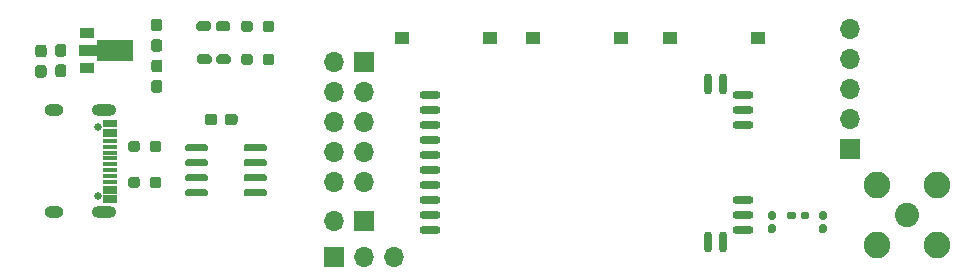
<source format=gbr>
%TF.GenerationSoftware,KiCad,Pcbnew,(5.1.9)-1*%
%TF.CreationDate,2021-02-24T20:28:46+08:00*%
%TF.ProjectId,M-HL10-kit,4d2d484c-3130-42d6-9b69-742e6b696361,rev?*%
%TF.SameCoordinates,Original*%
%TF.FileFunction,Soldermask,Top*%
%TF.FilePolarity,Negative*%
%FSLAX46Y46*%
G04 Gerber Fmt 4.6, Leading zero omitted, Abs format (unit mm)*
G04 Created by KiCad (PCBNEW (5.1.9)-1) date 2021-02-24 20:28:46*
%MOMM*%
%LPD*%
G01*
G04 APERTURE LIST*
%ADD10O,1.700000X1.700000*%
%ADD11R,1.700000X1.700000*%
%ADD12C,0.350000*%
%ADD13R,1.300000X0.900000*%
%ADD14O,0.750000X1.800000*%
%ADD15O,1.800000X0.750000*%
%ADD16R,1.150000X0.300000*%
%ADD17C,0.650000*%
%ADD18O,1.600000X1.000000*%
%ADD19O,2.100000X1.000000*%
%ADD20R,1.199998X0.999998*%
%ADD21C,2.250000*%
%ADD22C,2.050000*%
G04 APERTURE END LIST*
D10*
%TO.C,J5*%
X205994000Y-82042000D03*
X205994000Y-84582000D03*
X205994000Y-87122000D03*
X205994000Y-89662000D03*
D11*
X205994000Y-92202000D03*
%TD*%
D12*
%TO.C,U3*%
G36*
X145340000Y-84686500D02*
G01*
X142215000Y-84686500D01*
X142215000Y-84270000D01*
X140740000Y-84270000D01*
X140740000Y-83370000D01*
X142215000Y-83370000D01*
X142215000Y-82953500D01*
X145340000Y-82953500D01*
X145340000Y-84686500D01*
G37*
D13*
X141390000Y-85320000D03*
X141390000Y-82320000D03*
%TD*%
%TO.C,U2*%
G36*
G01*
X154662000Y-92225000D02*
X154662000Y-91925000D01*
G75*
G02*
X154812000Y-91775000I150000J0D01*
G01*
X156462000Y-91775000D01*
G75*
G02*
X156612000Y-91925000I0J-150000D01*
G01*
X156612000Y-92225000D01*
G75*
G02*
X156462000Y-92375000I-150000J0D01*
G01*
X154812000Y-92375000D01*
G75*
G02*
X154662000Y-92225000I0J150000D01*
G01*
G37*
G36*
G01*
X154662000Y-93495000D02*
X154662000Y-93195000D01*
G75*
G02*
X154812000Y-93045000I150000J0D01*
G01*
X156462000Y-93045000D01*
G75*
G02*
X156612000Y-93195000I0J-150000D01*
G01*
X156612000Y-93495000D01*
G75*
G02*
X156462000Y-93645000I-150000J0D01*
G01*
X154812000Y-93645000D01*
G75*
G02*
X154662000Y-93495000I0J150000D01*
G01*
G37*
G36*
G01*
X154662000Y-94765000D02*
X154662000Y-94465000D01*
G75*
G02*
X154812000Y-94315000I150000J0D01*
G01*
X156462000Y-94315000D01*
G75*
G02*
X156612000Y-94465000I0J-150000D01*
G01*
X156612000Y-94765000D01*
G75*
G02*
X156462000Y-94915000I-150000J0D01*
G01*
X154812000Y-94915000D01*
G75*
G02*
X154662000Y-94765000I0J150000D01*
G01*
G37*
G36*
G01*
X154662000Y-96035000D02*
X154662000Y-95735000D01*
G75*
G02*
X154812000Y-95585000I150000J0D01*
G01*
X156462000Y-95585000D01*
G75*
G02*
X156612000Y-95735000I0J-150000D01*
G01*
X156612000Y-96035000D01*
G75*
G02*
X156462000Y-96185000I-150000J0D01*
G01*
X154812000Y-96185000D01*
G75*
G02*
X154662000Y-96035000I0J150000D01*
G01*
G37*
G36*
G01*
X149712000Y-96035000D02*
X149712000Y-95735000D01*
G75*
G02*
X149862000Y-95585000I150000J0D01*
G01*
X151512000Y-95585000D01*
G75*
G02*
X151662000Y-95735000I0J-150000D01*
G01*
X151662000Y-96035000D01*
G75*
G02*
X151512000Y-96185000I-150000J0D01*
G01*
X149862000Y-96185000D01*
G75*
G02*
X149712000Y-96035000I0J150000D01*
G01*
G37*
G36*
G01*
X149712000Y-94765000D02*
X149712000Y-94465000D01*
G75*
G02*
X149862000Y-94315000I150000J0D01*
G01*
X151512000Y-94315000D01*
G75*
G02*
X151662000Y-94465000I0J-150000D01*
G01*
X151662000Y-94765000D01*
G75*
G02*
X151512000Y-94915000I-150000J0D01*
G01*
X149862000Y-94915000D01*
G75*
G02*
X149712000Y-94765000I0J150000D01*
G01*
G37*
G36*
G01*
X149712000Y-93495000D02*
X149712000Y-93195000D01*
G75*
G02*
X149862000Y-93045000I150000J0D01*
G01*
X151512000Y-93045000D01*
G75*
G02*
X151662000Y-93195000I0J-150000D01*
G01*
X151662000Y-93495000D01*
G75*
G02*
X151512000Y-93645000I-150000J0D01*
G01*
X149862000Y-93645000D01*
G75*
G02*
X149712000Y-93495000I0J150000D01*
G01*
G37*
G36*
G01*
X149712000Y-92225000D02*
X149712000Y-91925000D01*
G75*
G02*
X149862000Y-91775000I150000J0D01*
G01*
X151512000Y-91775000D01*
G75*
G02*
X151662000Y-91925000I0J-150000D01*
G01*
X151662000Y-92225000D01*
G75*
G02*
X151512000Y-92375000I-150000J0D01*
G01*
X149862000Y-92375000D01*
G75*
G02*
X149712000Y-92225000I0J150000D01*
G01*
G37*
%TD*%
D14*
%TO.C,U1*%
X193947000Y-86645000D03*
X195217000Y-86645000D03*
D15*
X196934000Y-87630000D03*
X196934000Y-88900000D03*
X196934000Y-90170000D03*
X196934000Y-96520000D03*
X196934000Y-97790000D03*
X196934000Y-99060000D03*
D14*
X195217000Y-100045000D03*
X193947000Y-100045000D03*
D15*
X170434000Y-99060000D03*
X170434000Y-97790000D03*
X170434000Y-96520000D03*
X170434000Y-95250000D03*
X170434000Y-93980000D03*
X170434000Y-92710000D03*
X170434000Y-91440000D03*
X170434000Y-90170000D03*
X170434000Y-88900000D03*
X170434000Y-87630000D03*
%TD*%
%TO.C,R4*%
G36*
G01*
X155427000Y-84344500D02*
X155427000Y-84819500D01*
G75*
G02*
X155189500Y-85057000I-237500J0D01*
G01*
X154689500Y-85057000D01*
G75*
G02*
X154452000Y-84819500I0J237500D01*
G01*
X154452000Y-84344500D01*
G75*
G02*
X154689500Y-84107000I237500J0D01*
G01*
X155189500Y-84107000D01*
G75*
G02*
X155427000Y-84344500I0J-237500D01*
G01*
G37*
G36*
G01*
X157252000Y-84344500D02*
X157252000Y-84819500D01*
G75*
G02*
X157014500Y-85057000I-237500J0D01*
G01*
X156514500Y-85057000D01*
G75*
G02*
X156277000Y-84819500I0J237500D01*
G01*
X156277000Y-84344500D01*
G75*
G02*
X156514500Y-84107000I237500J0D01*
G01*
X157014500Y-84107000D01*
G75*
G02*
X157252000Y-84344500I0J-237500D01*
G01*
G37*
%TD*%
%TO.C,R3*%
G36*
G01*
X155427000Y-81550500D02*
X155427000Y-82025500D01*
G75*
G02*
X155189500Y-82263000I-237500J0D01*
G01*
X154689500Y-82263000D01*
G75*
G02*
X154452000Y-82025500I0J237500D01*
G01*
X154452000Y-81550500D01*
G75*
G02*
X154689500Y-81313000I237500J0D01*
G01*
X155189500Y-81313000D01*
G75*
G02*
X155427000Y-81550500I0J-237500D01*
G01*
G37*
G36*
G01*
X157252000Y-81550500D02*
X157252000Y-82025500D01*
G75*
G02*
X157014500Y-82263000I-237500J0D01*
G01*
X156514500Y-82263000D01*
G75*
G02*
X156277000Y-82025500I0J237500D01*
G01*
X156277000Y-81550500D01*
G75*
G02*
X156514500Y-81313000I237500J0D01*
G01*
X157014500Y-81313000D01*
G75*
G02*
X157252000Y-81550500I0J-237500D01*
G01*
G37*
%TD*%
%TO.C,R2*%
G36*
G01*
X145879000Y-94758500D02*
X145879000Y-95233500D01*
G75*
G02*
X145641500Y-95471000I-237500J0D01*
G01*
X145141500Y-95471000D01*
G75*
G02*
X144904000Y-95233500I0J237500D01*
G01*
X144904000Y-94758500D01*
G75*
G02*
X145141500Y-94521000I237500J0D01*
G01*
X145641500Y-94521000D01*
G75*
G02*
X145879000Y-94758500I0J-237500D01*
G01*
G37*
G36*
G01*
X147704000Y-94758500D02*
X147704000Y-95233500D01*
G75*
G02*
X147466500Y-95471000I-237500J0D01*
G01*
X146966500Y-95471000D01*
G75*
G02*
X146729000Y-95233500I0J237500D01*
G01*
X146729000Y-94758500D01*
G75*
G02*
X146966500Y-94521000I237500J0D01*
G01*
X147466500Y-94521000D01*
G75*
G02*
X147704000Y-94758500I0J-237500D01*
G01*
G37*
%TD*%
%TO.C,R1*%
G36*
G01*
X145879000Y-91710500D02*
X145879000Y-92185500D01*
G75*
G02*
X145641500Y-92423000I-237500J0D01*
G01*
X145141500Y-92423000D01*
G75*
G02*
X144904000Y-92185500I0J237500D01*
G01*
X144904000Y-91710500D01*
G75*
G02*
X145141500Y-91473000I237500J0D01*
G01*
X145641500Y-91473000D01*
G75*
G02*
X145879000Y-91710500I0J-237500D01*
G01*
G37*
G36*
G01*
X147704000Y-91710500D02*
X147704000Y-92185500D01*
G75*
G02*
X147466500Y-92423000I-237500J0D01*
G01*
X146966500Y-92423000D01*
G75*
G02*
X146729000Y-92185500I0J237500D01*
G01*
X146729000Y-91710500D01*
G75*
G02*
X146966500Y-91473000I237500J0D01*
G01*
X147466500Y-91473000D01*
G75*
G02*
X147704000Y-91710500I0J-237500D01*
G01*
G37*
%TD*%
D16*
%TO.C,J4*%
X143370000Y-96568000D03*
X143370000Y-95768000D03*
X143370000Y-90968000D03*
X143370000Y-90168000D03*
X143370000Y-89868000D03*
X143370000Y-90668000D03*
X143370000Y-91468000D03*
X143370000Y-91968000D03*
X143370000Y-92468000D03*
X143370000Y-92968000D03*
X143370000Y-93468000D03*
X143370000Y-93968000D03*
X143370000Y-94468000D03*
X143370000Y-94968000D03*
X143370000Y-95468000D03*
X143370000Y-96268000D03*
D17*
X142305000Y-90328000D03*
X142305000Y-96108000D03*
D18*
X138625000Y-97538000D03*
X138625000Y-88898000D03*
D19*
X142805000Y-97538000D03*
X142805000Y-88898000D03*
%TD*%
D10*
%TO.C,TEST*%
X162306000Y-98298000D03*
D11*
X164846000Y-98298000D03*
%TD*%
%TO.C,R*%
G36*
G01*
X152346000Y-84794500D02*
X152346000Y-84369500D01*
G75*
G02*
X152558500Y-84157000I212500J0D01*
G01*
X153358500Y-84157000D01*
G75*
G02*
X153571000Y-84369500I0J-212500D01*
G01*
X153571000Y-84794500D01*
G75*
G02*
X153358500Y-85007000I-212500J0D01*
G01*
X152558500Y-85007000D01*
G75*
G02*
X152346000Y-84794500I0J212500D01*
G01*
G37*
G36*
G01*
X150721000Y-84794500D02*
X150721000Y-84369500D01*
G75*
G02*
X150933500Y-84157000I212500J0D01*
G01*
X151733500Y-84157000D01*
G75*
G02*
X151946000Y-84369500I0J-212500D01*
G01*
X151946000Y-84794500D01*
G75*
G02*
X151733500Y-85007000I-212500J0D01*
G01*
X150933500Y-85007000D01*
G75*
G02*
X150721000Y-84794500I0J212500D01*
G01*
G37*
%TD*%
%TO.C,T*%
G36*
G01*
X152296000Y-82000500D02*
X152296000Y-81575500D01*
G75*
G02*
X152508500Y-81363000I212500J0D01*
G01*
X153308500Y-81363000D01*
G75*
G02*
X153521000Y-81575500I0J-212500D01*
G01*
X153521000Y-82000500D01*
G75*
G02*
X153308500Y-82213000I-212500J0D01*
G01*
X152508500Y-82213000D01*
G75*
G02*
X152296000Y-82000500I0J212500D01*
G01*
G37*
G36*
G01*
X150671000Y-82000500D02*
X150671000Y-81575500D01*
G75*
G02*
X150883500Y-81363000I212500J0D01*
G01*
X151683500Y-81363000D01*
G75*
G02*
X151896000Y-81575500I0J-212500D01*
G01*
X151896000Y-82000500D01*
G75*
G02*
X151683500Y-82213000I-212500J0D01*
G01*
X150883500Y-82213000D01*
G75*
G02*
X150671000Y-82000500I0J212500D01*
G01*
G37*
%TD*%
%TO.C,C8*%
G36*
G01*
X147082500Y-86330500D02*
X147557500Y-86330500D01*
G75*
G02*
X147795000Y-86568000I0J-237500D01*
G01*
X147795000Y-87168000D01*
G75*
G02*
X147557500Y-87405500I-237500J0D01*
G01*
X147082500Y-87405500D01*
G75*
G02*
X146845000Y-87168000I0J237500D01*
G01*
X146845000Y-86568000D01*
G75*
G02*
X147082500Y-86330500I237500J0D01*
G01*
G37*
G36*
G01*
X147082500Y-84605500D02*
X147557500Y-84605500D01*
G75*
G02*
X147795000Y-84843000I0J-237500D01*
G01*
X147795000Y-85443000D01*
G75*
G02*
X147557500Y-85680500I-237500J0D01*
G01*
X147082500Y-85680500D01*
G75*
G02*
X146845000Y-85443000I0J237500D01*
G01*
X146845000Y-84843000D01*
G75*
G02*
X147082500Y-84605500I237500J0D01*
G01*
G37*
%TD*%
%TO.C,C6*%
G36*
G01*
X139429500Y-84357500D02*
X138954500Y-84357500D01*
G75*
G02*
X138717000Y-84120000I0J237500D01*
G01*
X138717000Y-83520000D01*
G75*
G02*
X138954500Y-83282500I237500J0D01*
G01*
X139429500Y-83282500D01*
G75*
G02*
X139667000Y-83520000I0J-237500D01*
G01*
X139667000Y-84120000D01*
G75*
G02*
X139429500Y-84357500I-237500J0D01*
G01*
G37*
G36*
G01*
X139429500Y-86082500D02*
X138954500Y-86082500D01*
G75*
G02*
X138717000Y-85845000I0J237500D01*
G01*
X138717000Y-85245000D01*
G75*
G02*
X138954500Y-85007500I237500J0D01*
G01*
X139429500Y-85007500D01*
G75*
G02*
X139667000Y-85245000I0J-237500D01*
G01*
X139667000Y-85845000D01*
G75*
G02*
X139429500Y-86082500I-237500J0D01*
G01*
G37*
%TD*%
%TO.C,C4*%
G36*
G01*
X203863000Y-98157500D02*
X203553000Y-98157500D01*
G75*
G02*
X203398000Y-98002500I0J155000D01*
G01*
X203398000Y-97577500D01*
G75*
G02*
X203553000Y-97422500I155000J0D01*
G01*
X203863000Y-97422500D01*
G75*
G02*
X204018000Y-97577500I0J-155000D01*
G01*
X204018000Y-98002500D01*
G75*
G02*
X203863000Y-98157500I-155000J0D01*
G01*
G37*
G36*
G01*
X203863000Y-99292500D02*
X203553000Y-99292500D01*
G75*
G02*
X203398000Y-99137500I0J155000D01*
G01*
X203398000Y-98712500D01*
G75*
G02*
X203553000Y-98557500I155000J0D01*
G01*
X203863000Y-98557500D01*
G75*
G02*
X204018000Y-98712500I0J-155000D01*
G01*
X204018000Y-99137500D01*
G75*
G02*
X203863000Y-99292500I-155000J0D01*
G01*
G37*
%TD*%
%TO.C,C3*%
G36*
G01*
X201416000Y-97635000D02*
X201416000Y-97945000D01*
G75*
G02*
X201261000Y-98100000I-155000J0D01*
G01*
X200836000Y-98100000D01*
G75*
G02*
X200681000Y-97945000I0J155000D01*
G01*
X200681000Y-97635000D01*
G75*
G02*
X200836000Y-97480000I155000J0D01*
G01*
X201261000Y-97480000D01*
G75*
G02*
X201416000Y-97635000I0J-155000D01*
G01*
G37*
G36*
G01*
X202551000Y-97635000D02*
X202551000Y-97945000D01*
G75*
G02*
X202396000Y-98100000I-155000J0D01*
G01*
X201971000Y-98100000D01*
G75*
G02*
X201816000Y-97945000I0J155000D01*
G01*
X201816000Y-97635000D01*
G75*
G02*
X201971000Y-97480000I155000J0D01*
G01*
X202396000Y-97480000D01*
G75*
G02*
X202551000Y-97635000I0J-155000D01*
G01*
G37*
%TD*%
%TO.C,C2*%
G36*
G01*
X199545000Y-98157500D02*
X199235000Y-98157500D01*
G75*
G02*
X199080000Y-98002500I0J155000D01*
G01*
X199080000Y-97577500D01*
G75*
G02*
X199235000Y-97422500I155000J0D01*
G01*
X199545000Y-97422500D01*
G75*
G02*
X199700000Y-97577500I0J-155000D01*
G01*
X199700000Y-98002500D01*
G75*
G02*
X199545000Y-98157500I-155000J0D01*
G01*
G37*
G36*
G01*
X199545000Y-99292500D02*
X199235000Y-99292500D01*
G75*
G02*
X199080000Y-99137500I0J155000D01*
G01*
X199080000Y-98712500D01*
G75*
G02*
X199235000Y-98557500I155000J0D01*
G01*
X199545000Y-98557500D01*
G75*
G02*
X199700000Y-98712500I0J-155000D01*
G01*
X199700000Y-99137500D01*
G75*
G02*
X199545000Y-99292500I-155000J0D01*
G01*
G37*
%TD*%
%TO.C,C1*%
G36*
G01*
X152429000Y-89424500D02*
X152429000Y-89899500D01*
G75*
G02*
X152191500Y-90137000I-237500J0D01*
G01*
X151591500Y-90137000D01*
G75*
G02*
X151354000Y-89899500I0J237500D01*
G01*
X151354000Y-89424500D01*
G75*
G02*
X151591500Y-89187000I237500J0D01*
G01*
X152191500Y-89187000D01*
G75*
G02*
X152429000Y-89424500I0J-237500D01*
G01*
G37*
G36*
G01*
X154154000Y-89424500D02*
X154154000Y-89899500D01*
G75*
G02*
X153916500Y-90137000I-237500J0D01*
G01*
X153316500Y-90137000D01*
G75*
G02*
X153079000Y-89899500I0J237500D01*
G01*
X153079000Y-89424500D01*
G75*
G02*
X153316500Y-89187000I237500J0D01*
G01*
X153916500Y-89187000D01*
G75*
G02*
X154154000Y-89424500I0J-237500D01*
G01*
G37*
%TD*%
D10*
%TO.C,J2*%
X162306000Y-94996000D03*
X164846000Y-94996000D03*
X162306000Y-92456000D03*
X164846000Y-92456000D03*
X162306000Y-89916000D03*
X164846000Y-89916000D03*
X162306000Y-87376000D03*
X164846000Y-87376000D03*
X162306000Y-84836000D03*
D11*
X164846000Y-84836000D03*
%TD*%
D10*
%TO.C,AT*%
X167386000Y-101346000D03*
X164846000Y-101346000D03*
D11*
X162306000Y-101346000D03*
%TD*%
D20*
%TO.C,SW3*%
X198200018Y-82800000D03*
X190799982Y-82800000D03*
%TD*%
%TO.C,SW2*%
X186580018Y-82804000D03*
X179179982Y-82804000D03*
%TD*%
%TO.C,SW1*%
X175500018Y-82804000D03*
X168099982Y-82804000D03*
%TD*%
D21*
%TO.C,J6*%
X208280000Y-100330000D03*
X208280000Y-95250000D03*
X213360000Y-95250000D03*
X213360000Y-100330000D03*
D22*
X210820000Y-97790000D03*
%TD*%
%TO.C,C7*%
G36*
G01*
X147537500Y-82212500D02*
X147062500Y-82212500D01*
G75*
G02*
X146825000Y-81975000I0J237500D01*
G01*
X146825000Y-81375000D01*
G75*
G02*
X147062500Y-81137500I237500J0D01*
G01*
X147537500Y-81137500D01*
G75*
G02*
X147775000Y-81375000I0J-237500D01*
G01*
X147775000Y-81975000D01*
G75*
G02*
X147537500Y-82212500I-237500J0D01*
G01*
G37*
G36*
G01*
X147537500Y-83937500D02*
X147062500Y-83937500D01*
G75*
G02*
X146825000Y-83700000I0J237500D01*
G01*
X146825000Y-83100000D01*
G75*
G02*
X147062500Y-82862500I237500J0D01*
G01*
X147537500Y-82862500D01*
G75*
G02*
X147775000Y-83100000I0J-237500D01*
G01*
X147775000Y-83700000D01*
G75*
G02*
X147537500Y-83937500I-237500J0D01*
G01*
G37*
%TD*%
%TO.C,C5*%
G36*
G01*
X137737500Y-84412500D02*
X137262500Y-84412500D01*
G75*
G02*
X137025000Y-84175000I0J237500D01*
G01*
X137025000Y-83575000D01*
G75*
G02*
X137262500Y-83337500I237500J0D01*
G01*
X137737500Y-83337500D01*
G75*
G02*
X137975000Y-83575000I0J-237500D01*
G01*
X137975000Y-84175000D01*
G75*
G02*
X137737500Y-84412500I-237500J0D01*
G01*
G37*
G36*
G01*
X137737500Y-86137500D02*
X137262500Y-86137500D01*
G75*
G02*
X137025000Y-85900000I0J237500D01*
G01*
X137025000Y-85300000D01*
G75*
G02*
X137262500Y-85062500I237500J0D01*
G01*
X137737500Y-85062500D01*
G75*
G02*
X137975000Y-85300000I0J-237500D01*
G01*
X137975000Y-85900000D01*
G75*
G02*
X137737500Y-86137500I-237500J0D01*
G01*
G37*
%TD*%
M02*

</source>
